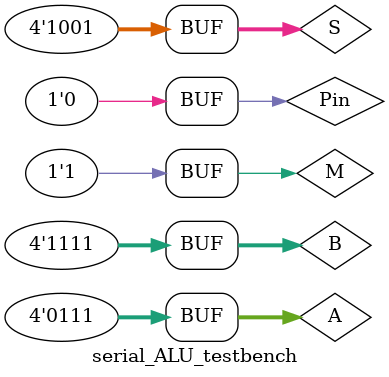
<source format=v>
/*
* Testbench for serial_ALU.v
*/

`timescale 1us/1ns

module serial_ALU_testbench();

    reg [3:0] A, B;
    reg [3:0] S;
    reg M;
    reg Pin;

    wire [3:0] R;
    wire [3:0] P;

    localparam PERIOD = 1;

    serial_ALU UUT(
        .A    (A),
        .B    (B),
        .S    (S),
        .M    (M),
        .Pin  (Pin),
        .R    (R),
        .P    (P)
    );

    initial begin
        $dumpfile("./serial_ALU.vcd");
        $dumpvars(0, serial_ALU_testbench);

        A = 0;
        B = 8;
        M = 0;
        S = 4'b0001;
        Pin = 0;
        #PERIOD;

        A = 1;
        B = 9;
        M = 0;
        S = 4'b0001;
        Pin = 0;
        #PERIOD;

        A = 2;
        B = 10;
        M = 0;
        S = 4'b0001;
        Pin = 0;
        #PERIOD;

        A = 3;
        B = 11;
        M = 0;
        S = 4'b0001;
        Pin = 0;
        #PERIOD;

        A = 4;
        B = 12;
        M = 0;
        S = 4'b0100;
        Pin = 0;
        #PERIOD;

        A = 5;
        B = 13;
        M = 0;
        S = 4'b0100;
        Pin = 0;
        #PERIOD;

        A = 6;
        B = 14;
        M = 0;
        S = 4'b0100;
        Pin = 0;
        #PERIOD;

        A = 7;
        B = 15;
        M = 0;
        S = 4'b0100;
        Pin = 0;
        #PERIOD;

        A = 8;
        B = 0;
        M = 1;
        S = 4'b0110;
        Pin = 1;
        #PERIOD;

        A = 9;
        B = 1;
        M = 1;
        S = 4'b0110;
        Pin = 1;
        #PERIOD;

        A = 10;
        B = 2;
        M = 1;
        S = 4'b0110;
        Pin = 1;
        #PERIOD;

        A = 11;
        B = 3;
        M = 1;
        S = 4'b0110;
        Pin = 1;
        #PERIOD;

        A = 12;
        B = 4;
        M = 1;
        S = 4'b0110;
        Pin = 1;
        #PERIOD;

        A = 13;
        B = 5;
        M = 1;
        S = 4'b0110;
        Pin = 1;
        #PERIOD;

        A = 14;
        B = 6;
        M = 1;
        S = 4'b0110;
        Pin = 1;
        #PERIOD;

        A = 15;
        B = 7;
        M = 1;
        S = 4'b0110;
        Pin = 1;
        #PERIOD;

        A = 0;
        B = 8;
        M = 1;
        S = 4'b1001;
        Pin = 0;
        #PERIOD;

        A = 1;
        B = 9;
        M = 1;
        S = 4'b1001;
        Pin = 0;
        #PERIOD;

        A = 2;
        B = 10;
        M = 1;
        S = 4'b1001;
        Pin = 0;
        #PERIOD;

        A = 3;
        B = 11;
        M = 1;
        S = 4'b1001;
        Pin = 0;
        #PERIOD;

        A = 4;
        B = 12;
        M = 1;
        S = 4'b1001;
        Pin = 0;
        #PERIOD;

        A = 5;
        B = 13;
        M = 1;
        S = 4'b1001;
        Pin = 0;
        #PERIOD;

        A = 6;
        B = 14;
        M = 1;
        S = 4'b1001;
        Pin = 0;
        #PERIOD;

        A = 7;
        B = 15;
        M = 1;
        S = 4'b1001;
        Pin = 0;
        #PERIOD;
    end

endmodule


</source>
